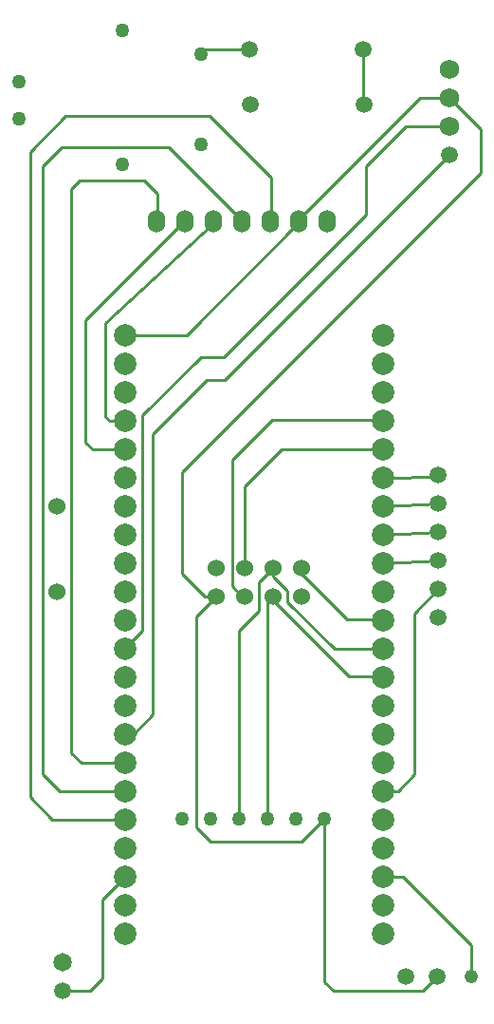
<source format=gtl>
G04 Layer: TopLayer*
G04 EasyEDA v6.5.40, 2024-04-09 13:00:43*
G04 4b3d86a6f5cb4bb8bf6c6708de4b4b48,df7e7e3c38a3447abd37b529b333d242,10*
G04 Gerber Generator version 0.2*
G04 Scale: 100 percent, Rotated: No, Reflected: No *
G04 Dimensions in millimeters *
G04 leading zeros omitted , absolute positions ,4 integer and 5 decimal *
%FSLAX45Y45*%
%MOMM*%

%ADD10C,0.2540*%
%ADD11C,1.5240*%
%ADD12O,1.5400019999999999X1.9999959999999999*%
%ADD13C,1.5000*%
%ADD14C,1.6510*%
%ADD15C,2.0000*%
%ADD16C,1.2116*%
%ADD17C,1.2600*%
%ADD18C,1.7500*%

%LPD*%
D10*
X3429000Y2934462D02*
G01*
X3224784Y2730500D01*
X2413000Y2730500D01*
X2286000Y2857500D01*
X2286000Y4737100D01*
X2463800Y4914900D01*
X2696718Y8255000D02*
G01*
X2036318Y8915400D01*
X1079500Y8915400D01*
X914400Y8750300D01*
X914400Y3327400D01*
X1066800Y3175000D01*
X1649984Y3181095D01*
X1934718Y8255000D02*
G01*
X1934718Y8504681D01*
X1816100Y8623300D01*
X1244600Y8623300D01*
X1168400Y8547100D01*
X1168400Y3517900D01*
X1257300Y3429000D01*
X1649984Y3435095D01*
X2463800Y4914900D02*
G01*
X2362200Y4914900D01*
X2159000Y5118100D01*
X2159000Y6019800D01*
X4826000Y8686800D01*
X4826000Y9080500D01*
X4546600Y9359900D01*
X2971800Y4914900D02*
G01*
X2971800Y4876800D01*
X3644900Y4203700D01*
X3943299Y4203700D01*
X3950004Y4196994D01*
X2971800Y5168900D02*
G01*
X2971800Y5092700D01*
X3098800Y4965700D01*
X3098800Y4864100D01*
X3517900Y4445000D01*
X3944111Y4445000D01*
X3949954Y4451095D01*
X1092200Y1396997D02*
G01*
X1333497Y1396997D01*
X1447800Y1511300D01*
X1447800Y2216785D01*
X1650111Y2419095D01*
X2717800Y4914900D02*
G01*
X2692400Y4914900D01*
X2603500Y5003800D01*
X2603500Y6134100D01*
X2959100Y6489700D01*
X3943299Y6489700D01*
X3950004Y6482994D01*
X2717800Y5168900D02*
G01*
X2717800Y5892800D01*
X3048000Y6223000D01*
X3944010Y6223000D01*
X3950004Y6228994D01*
X3225800Y5168900D02*
G01*
X3225800Y5118100D01*
X3632200Y4711700D01*
X3943299Y4711700D01*
X3950004Y4704994D01*
X4546600Y8851900D02*
G01*
X2540000Y6845300D01*
X2374900Y6845300D01*
X1892300Y6362700D01*
X1892300Y3860800D01*
X1720595Y3689095D01*
X1649984Y3689095D01*
X4737100Y1523997D02*
G01*
X4737100Y1803400D01*
X4127500Y2413000D01*
X3955999Y2413000D01*
X3950004Y2418994D01*
X2188692Y8255000D02*
G01*
X2171700Y8255000D01*
X1295400Y7378700D01*
X1295400Y6286500D01*
X1358900Y6223000D01*
X1644014Y6223000D01*
X1650009Y6228994D01*
X2442692Y8255000D02*
G01*
X2442692Y8246592D01*
X1473200Y7353300D01*
X1473200Y6515100D01*
X1511300Y6477000D01*
X1644014Y6477000D01*
X1650009Y6482994D01*
X4445000Y5981700D02*
G01*
X3950004Y5974994D01*
X3950004Y5974994D01*
X4445000Y5740400D02*
G01*
X3950004Y5720994D01*
X3950004Y5720994D01*
X4445000Y5486400D02*
G01*
X3950004Y5466994D01*
X3950004Y5466994D01*
X4445000Y5232400D02*
G01*
X3950004Y5212994D01*
X3950004Y5212994D01*
X4445000Y4978400D02*
G01*
X4229100Y4762500D01*
X4229100Y3327400D01*
X4082694Y3180994D01*
X3950004Y3180994D01*
X3204692Y8255000D02*
G01*
X2194686Y7244994D01*
X1650009Y7244994D01*
X2950718Y8255000D02*
G01*
X2950718Y8644381D01*
X2400300Y9194800D01*
X1117600Y9194800D01*
X800100Y8877300D01*
X800100Y3124200D01*
X997204Y2927095D01*
X1649984Y2927095D01*
X4546600Y9359900D02*
G01*
X4279900Y9359900D01*
X3204690Y8284690D01*
X3204690Y8255000D01*
X3784600Y9296400D02*
G01*
X3771900Y9309100D01*
X3771900Y9791700D01*
X2755900Y9791700D02*
G01*
X2368600Y9791700D01*
X2324100Y9747199D01*
X4546600Y9105900D02*
G01*
X4152900Y9105900D01*
X3797300Y8750300D01*
X3797300Y8318500D01*
X2527300Y7048500D01*
X2324100Y7048500D01*
X1803400Y6527800D01*
X1803400Y4610100D01*
X1649984Y4456684D01*
X1649984Y4451095D01*
X2921000Y2934588D02*
G01*
X2921000Y4864100D01*
X2971800Y4914900D01*
X2667000Y2934588D02*
G01*
X2667000Y4610100D01*
X2844800Y4787900D01*
X2844800Y5041900D01*
X2971800Y5168900D01*
X3429000Y2934588D02*
G01*
X3429000Y1478645D01*
X3510645Y1397000D01*
X4305300Y1397000D01*
X4432300Y1524000D01*
D11*
G01*
X2463800Y4914900D03*
G01*
X2717800Y4914900D03*
G01*
X2971800Y4914900D03*
G01*
X3225800Y4914900D03*
G01*
X3225800Y5168900D03*
G01*
X2971800Y5168900D03*
G01*
X2717800Y5168900D03*
G01*
X2463800Y5168900D03*
D12*
G01*
X1930400Y8255000D03*
G01*
X2184400Y8255000D03*
G01*
X2692400Y8255000D03*
G01*
X2946400Y8255000D03*
G01*
X2438400Y8255000D03*
G01*
X3200400Y8255000D03*
G01*
X3454400Y8255000D03*
D13*
G01*
X2755900Y9791700D03*
G01*
X3771900Y9791700D03*
G01*
X3784600Y9296400D03*
G01*
X2768600Y9296400D03*
G01*
X1092200Y1397000D03*
D14*
G01*
X1092200Y1651000D03*
D13*
G01*
X4445000Y5994400D03*
G01*
X4445000Y5740400D03*
G01*
X4445000Y5486400D03*
G01*
X4445000Y5232400D03*
G01*
X4445000Y4978400D03*
G01*
X4445000Y4724400D03*
D15*
G01*
X1650111Y7245095D03*
G01*
X1650111Y6991095D03*
G01*
X1650111Y6737095D03*
G01*
X1650111Y6483095D03*
G01*
X1650111Y6229095D03*
G01*
X1650111Y5975095D03*
G01*
X1650111Y5721095D03*
G01*
X1650111Y5467095D03*
G01*
X1650111Y5213095D03*
G01*
X1650111Y4959095D03*
G01*
X1650111Y4705095D03*
G01*
X1650111Y4451095D03*
G01*
X1650111Y4197095D03*
G01*
X1650111Y3943095D03*
G01*
X1650111Y3689095D03*
G01*
X1650111Y3435095D03*
G01*
X1650111Y3181095D03*
G01*
X1650111Y2927095D03*
G01*
X1650111Y2673095D03*
G01*
X1650111Y2419095D03*
G01*
X1650111Y2165095D03*
G01*
X1650111Y1911095D03*
G01*
X3950106Y1911095D03*
G01*
X3950106Y2165095D03*
G01*
X3950106Y2419095D03*
G01*
X3950106Y2673095D03*
G01*
X3950106Y2927095D03*
G01*
X3950106Y3181095D03*
G01*
X3950106Y3435095D03*
G01*
X3950106Y3689095D03*
G01*
X3950106Y3943095D03*
G01*
X3950106Y4197095D03*
G01*
X3950106Y4451095D03*
G01*
X3950106Y4705095D03*
G01*
X3950106Y4959095D03*
G01*
X3950106Y5213095D03*
G01*
X3950106Y5467095D03*
G01*
X3950106Y5721095D03*
G01*
X3950106Y5975095D03*
G01*
X3950106Y6229095D03*
G01*
X3950106Y6483095D03*
G01*
X3950106Y6737095D03*
G01*
X3950106Y6991095D03*
G01*
X3950106Y7245095D03*
D13*
G01*
X4152900Y1524000D03*
G01*
X4432300Y1524000D03*
D16*
G01*
X4737100Y1524000D03*
D17*
G01*
X2324100Y8947200D03*
G01*
X2324100Y9747199D03*
G01*
X1618487Y9956800D03*
G01*
X1618487Y8763000D03*
G01*
X698500Y9499600D03*
G01*
X698500Y9169400D03*
G01*
X2159000Y2934588D03*
G01*
X2413000Y2934588D03*
G01*
X2667000Y2934588D03*
G01*
X2921000Y2934588D03*
G01*
X3175000Y2934588D03*
G01*
X3429000Y2934588D03*
D13*
G01*
X4546600Y8851900D03*
D18*
G01*
X4546600Y9105900D03*
G01*
X4546600Y9359900D03*
G01*
X4546600Y9613900D03*
D11*
G01*
X1041400Y4953000D03*
G01*
X1041400Y5715000D03*
M02*

</source>
